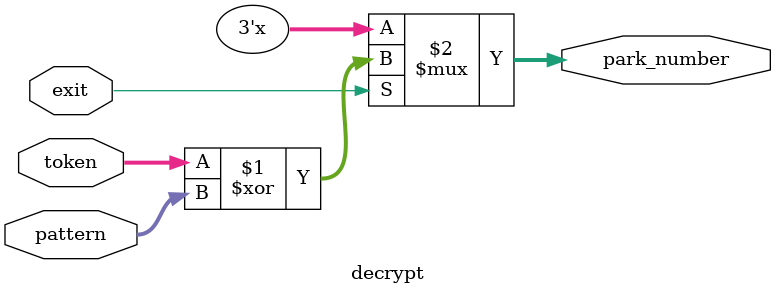
<source format=v>
/*--  *******************************************************
--  Computer Architecture Course, Laboratory Sources 
--  Amirkabir University of Technology (Tehran Polytechnic)
--  Department of Computer Engineering (CE-AUT)
--  https://ce[dot]aut[dot]ac[dot]ir
--  *******************************************************
--  All Rights reserved (C) 2021-2022
--  *******************************************************
--  Student ID  : 
--  Student Name: 
--  Student Mail: 
--  *******************************************************
--  Additional Comments:
--
--*/

/*-----------------------------------------------------------
---  Module Name: decrypt 
-----------------------------------------------------------*/
`timescale 1 ns/1 ns
module decrypt(
 exit,
 token,
 pattern,
 park_number);
	input exit;
	input [2:0] token;
	input [2:0] pattern;
	output [2:0] park_number;
		assign park_number = exit ? token ^ pattern : 3'bxxx;
endmodule
</source>
